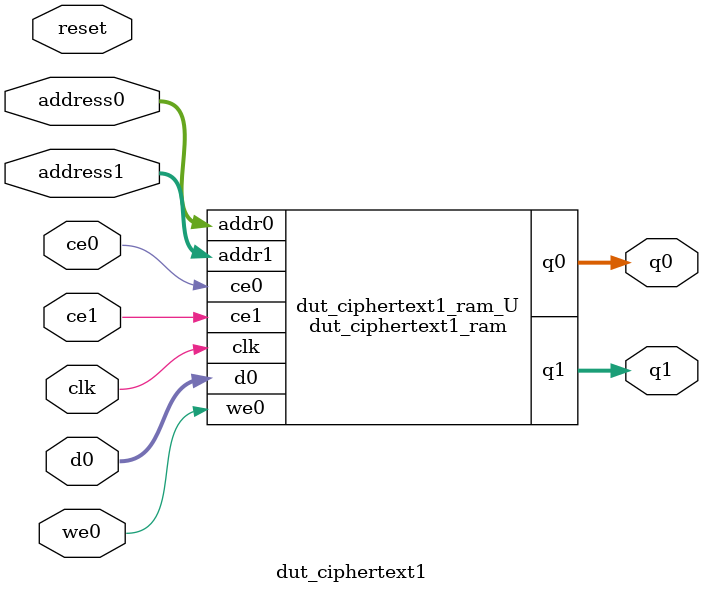
<source format=v>
`timescale 1 ns / 1 ps
module dut_ciphertext1_ram (addr0, ce0, d0, we0, q0, addr1, ce1, q1,  clk);

parameter DWIDTH = 8;
parameter AWIDTH = 3;
parameter MEM_SIZE = 8;

input[AWIDTH-1:0] addr0;
input ce0;
input[DWIDTH-1:0] d0;
input we0;
output reg[DWIDTH-1:0] q0;
input[AWIDTH-1:0] addr1;
input ce1;
output reg[DWIDTH-1:0] q1;
input clk;

(* ram_style = "distributed" *)reg [DWIDTH-1:0] ram[0:MEM_SIZE-1];




always @(posedge clk)  
begin 
    if (ce0) begin
        if (we0) 
            ram[addr0] <= d0; 
        q0 <= ram[addr0];
    end
end


always @(posedge clk)  
begin 
    if (ce1) begin
        q1 <= ram[addr1];
    end
end


endmodule

`timescale 1 ns / 1 ps
module dut_ciphertext1(
    reset,
    clk,
    address0,
    ce0,
    we0,
    d0,
    q0,
    address1,
    ce1,
    q1);

parameter DataWidth = 32'd8;
parameter AddressRange = 32'd8;
parameter AddressWidth = 32'd3;
input reset;
input clk;
input[AddressWidth - 1:0] address0;
input ce0;
input we0;
input[DataWidth - 1:0] d0;
output[DataWidth - 1:0] q0;
input[AddressWidth - 1:0] address1;
input ce1;
output[DataWidth - 1:0] q1;



dut_ciphertext1_ram dut_ciphertext1_ram_U(
    .clk( clk ),
    .addr0( address0 ),
    .ce0( ce0 ),
    .we0( we0 ),
    .d0( d0 ),
    .q0( q0 ),
    .addr1( address1 ),
    .ce1( ce1 ),
    .q1( q1 ));

endmodule


</source>
